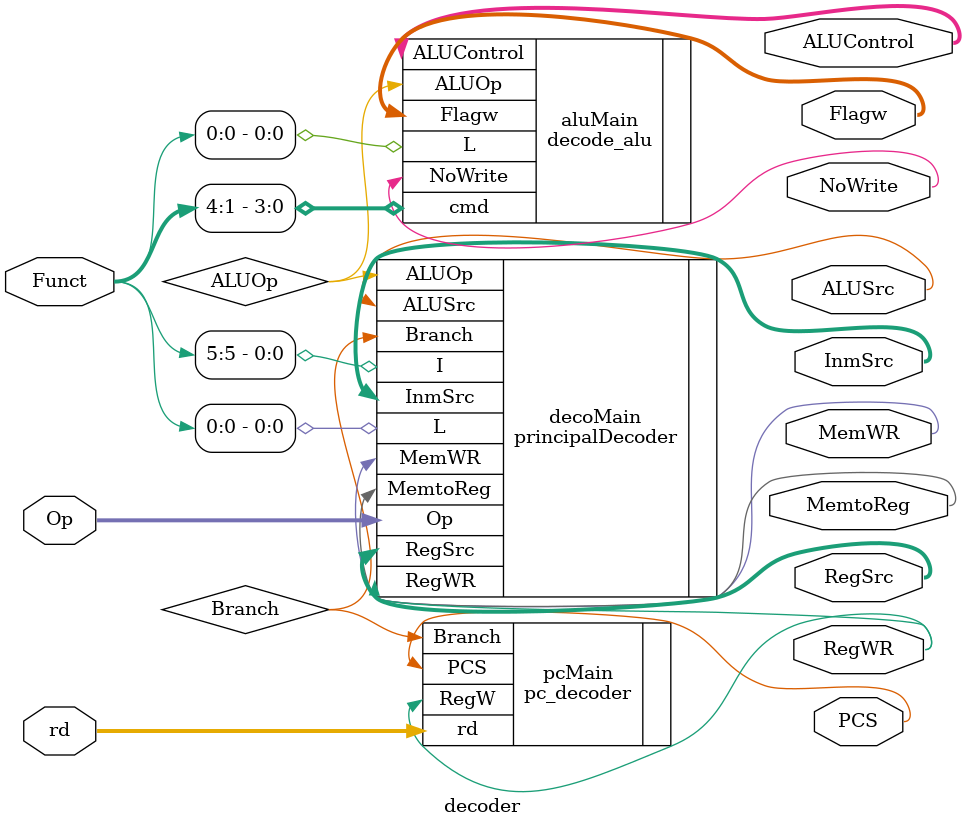
<source format=v>
	`timescale 1ns / 1ps
	module decoder(
			// Inputs
			input [1:0] Op,
			input [5:0] Funct,
			input [3:0] rd,
			// Outputs
			output wire [1:0] ALUControl,
			output wire [1:0] Flagw,
			output wire [1:0] InmSrc,
			output wire [1:0] RegSrc,
			output wire ALUSrc,
			output wire MemWR,
			output wire RegWR,
			output wire MemtoReg,
			output wire PCS,
			output wire NoWrite
	);
	wire Branch,ALUOp;
				
	principalDecoder decoMain (
		.Op(Op), 
		.I(Funct[5]), 
		.L(Funct[0]), 
		.InmSrc(InmSrc), 
		.RegSrc(RegSrc), 
		.ALUSrc(ALUSrc), 
		.Branch(Branch), 
		.MemWR(MemWR), 
		.RegWR(RegWR), 
		.MemtoReg(MemtoReg), 
		.ALUOp(ALUOp)
	);
	
		decode_alu aluMain (
		.L(Funct[0]), 
		.cmd(Funct[4:1]), 
		.ALUOp(ALUOp), 
		.NoWrite(NoWrite),
		.ALUControl(ALUControl), 
		.Flagw(Flagw)
	);
	
	pc_decoder pcMain (
		.rd(rd), 
		.RegW(RegWR), 
		.Branch(Branch), 
		.PCS(PCS)
	);
endmodule
	
</source>
